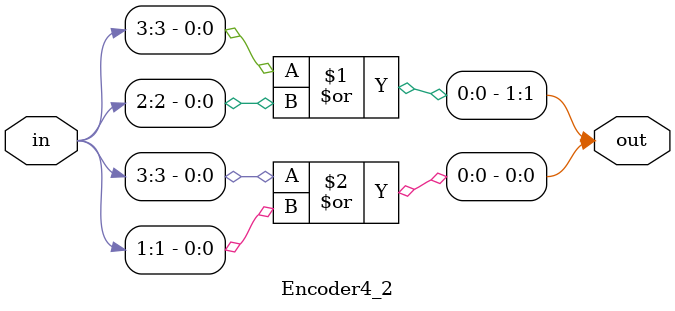
<source format=v>
`timescale 1ns / 1ps
module Encoder4_2(out, in);
    output [1:0] out;
    input [3:0] in;
	 
	 assign out[1] = in[3] | in[2];
    assign out[0] = in[3] | in[1];


endmodule

</source>
